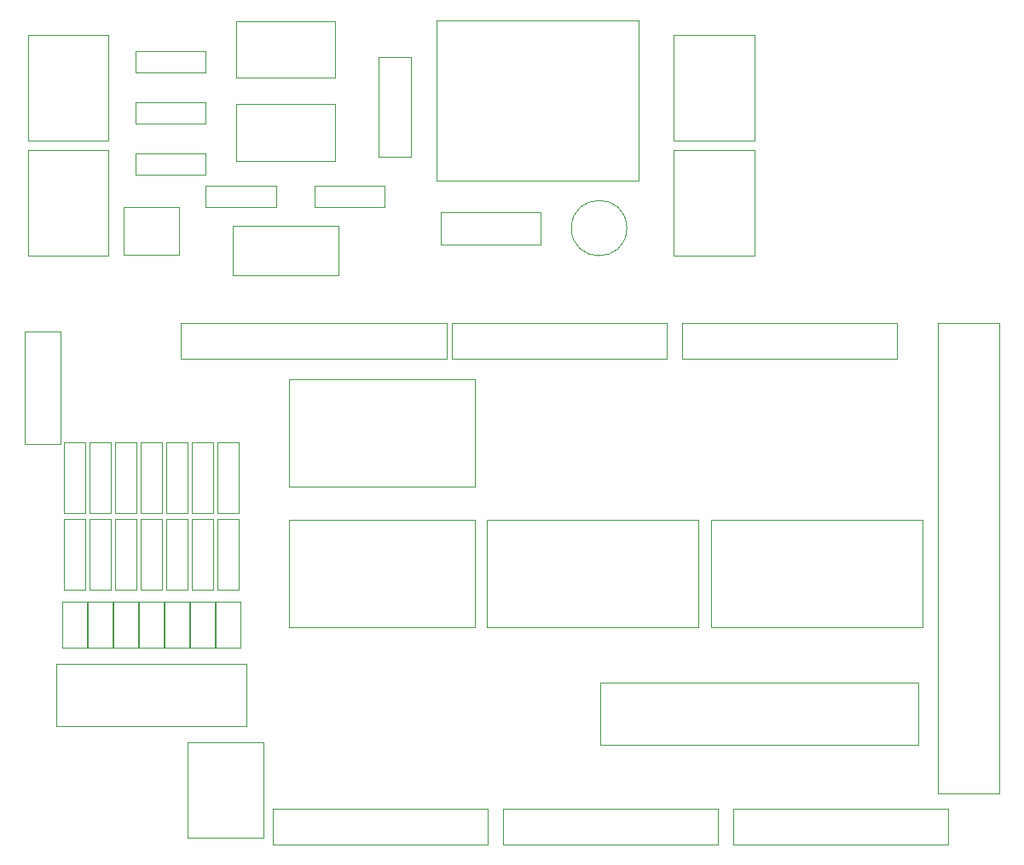
<source format=gbr>
G04 #@! TF.GenerationSoftware,KiCad,Pcbnew,5.1.4+dfsg1-1*
G04 #@! TF.CreationDate,2019-09-21T14:15:38+01:00*
G04 #@! TF.ProjectId,arduino_duo_shield,61726475-696e-46f5-9f64-756f5f736869,rev?*
G04 #@! TF.SameCoordinates,PX6296c50PY74079d0*
G04 #@! TF.FileFunction,Other,User*
%FSLAX46Y46*%
G04 Gerber Fmt 4.6, Leading zero omitted, Abs format (unit mm)*
G04 Created by KiCad (PCBNEW 5.1.4+dfsg1-1) date 2019-09-21 14:15:38*
%MOMM*%
%LPD*%
G04 APERTURE LIST*
%ADD10C,0.050000*%
G04 APERTURE END LIST*
D10*
X20467000Y24886000D02*
X20467000Y20286000D01*
X22967000Y24886000D02*
X20467000Y24886000D01*
X22967000Y20286000D02*
X22967000Y24886000D01*
X20467000Y20286000D02*
X22967000Y20286000D01*
X5227000Y24886000D02*
X5227000Y20286000D01*
X7727000Y24886000D02*
X5227000Y24886000D01*
X7727000Y20286000D02*
X7727000Y24886000D01*
X5227000Y20286000D02*
X7727000Y20286000D01*
X7767000Y24886000D02*
X7767000Y20286000D01*
X10267000Y24886000D02*
X7767000Y24886000D01*
X10267000Y20286000D02*
X10267000Y24886000D01*
X7767000Y20286000D02*
X10267000Y20286000D01*
X10307000Y24886000D02*
X10307000Y20286000D01*
X12807000Y24886000D02*
X10307000Y24886000D01*
X12807000Y20286000D02*
X12807000Y24886000D01*
X10307000Y20286000D02*
X12807000Y20286000D01*
X12847000Y24886000D02*
X12847000Y20286000D01*
X15347000Y24886000D02*
X12847000Y24886000D01*
X15347000Y20286000D02*
X15347000Y24886000D01*
X12847000Y20286000D02*
X15347000Y20286000D01*
X15387000Y24886000D02*
X15387000Y20286000D01*
X17887000Y24886000D02*
X15387000Y24886000D01*
X17887000Y20286000D02*
X17887000Y24886000D01*
X15387000Y20286000D02*
X17887000Y20286000D01*
X17927000Y24886000D02*
X17927000Y20286000D01*
X20427000Y24886000D02*
X17927000Y24886000D01*
X20427000Y20286000D02*
X20427000Y24886000D01*
X17927000Y20286000D02*
X20427000Y20286000D01*
X17927000Y10921000D02*
X24927000Y10921000D01*
X25177000Y10671000D02*
X25177000Y1671000D01*
X24927000Y1421000D02*
X17927000Y1421000D01*
X17677000Y1671000D02*
X17677000Y10671000D01*
X25177000Y1421000D02*
X25177000Y1671000D01*
X24927000Y1421000D02*
X25177000Y1421000D01*
X17677000Y1421000D02*
X17677000Y1671000D01*
X17927000Y1421000D02*
X17677000Y1421000D01*
X17677000Y10921000D02*
X17927000Y10921000D01*
X17677000Y10671000D02*
X17677000Y10921000D01*
X25177000Y10921000D02*
X24927000Y10921000D01*
X25177000Y10671000D02*
X25177000Y10921000D01*
X47422000Y33026000D02*
X47422000Y22326000D01*
X68422000Y33026000D02*
X47422000Y33026000D01*
X68422000Y22326000D02*
X68422000Y33026000D01*
X47422000Y22326000D02*
X68422000Y22326000D01*
X20667000Y33081000D02*
X20667000Y26101000D01*
X22767000Y33081000D02*
X20667000Y33081000D01*
X22767000Y26101000D02*
X22767000Y33081000D01*
X20667000Y26101000D02*
X22767000Y26101000D01*
X20667000Y40701000D02*
X20667000Y33721000D01*
X22767000Y40701000D02*
X20667000Y40701000D01*
X22767000Y33721000D02*
X22767000Y40701000D01*
X20667000Y33721000D02*
X22767000Y33721000D01*
X5427000Y33081000D02*
X5427000Y26101000D01*
X7527000Y33081000D02*
X5427000Y33081000D01*
X7527000Y26101000D02*
X7527000Y33081000D01*
X5427000Y26101000D02*
X7527000Y26101000D01*
X5427000Y40701000D02*
X5427000Y33721000D01*
X7527000Y40701000D02*
X5427000Y40701000D01*
X7527000Y33721000D02*
X7527000Y40701000D01*
X5427000Y33721000D02*
X7527000Y33721000D01*
X7967000Y33081000D02*
X7967000Y26101000D01*
X10067000Y33081000D02*
X7967000Y33081000D01*
X10067000Y26101000D02*
X10067000Y33081000D01*
X7967000Y26101000D02*
X10067000Y26101000D01*
X7967000Y40701000D02*
X7967000Y33721000D01*
X10067000Y40701000D02*
X7967000Y40701000D01*
X10067000Y33721000D02*
X10067000Y40701000D01*
X7967000Y33721000D02*
X10067000Y33721000D01*
X10507000Y33081000D02*
X10507000Y26101000D01*
X12607000Y33081000D02*
X10507000Y33081000D01*
X12607000Y26101000D02*
X12607000Y33081000D01*
X10507000Y26101000D02*
X12607000Y26101000D01*
X10507000Y40701000D02*
X10507000Y33721000D01*
X12607000Y40701000D02*
X10507000Y40701000D01*
X12607000Y33721000D02*
X12607000Y40701000D01*
X10507000Y33721000D02*
X12607000Y33721000D01*
X13047000Y33081000D02*
X13047000Y26101000D01*
X15147000Y33081000D02*
X13047000Y33081000D01*
X15147000Y26101000D02*
X15147000Y33081000D01*
X13047000Y26101000D02*
X15147000Y26101000D01*
X13047000Y40701000D02*
X13047000Y33721000D01*
X15147000Y40701000D02*
X13047000Y40701000D01*
X15147000Y33721000D02*
X15147000Y40701000D01*
X13047000Y33721000D02*
X15147000Y33721000D01*
X15587000Y33081000D02*
X15587000Y26101000D01*
X17687000Y33081000D02*
X15587000Y33081000D01*
X17687000Y26101000D02*
X17687000Y33081000D01*
X15587000Y26101000D02*
X17687000Y26101000D01*
X15587000Y40701000D02*
X15587000Y33721000D01*
X17687000Y40701000D02*
X15587000Y40701000D01*
X17687000Y33721000D02*
X17687000Y40701000D01*
X15587000Y33721000D02*
X17687000Y33721000D01*
X18127000Y33081000D02*
X18127000Y26101000D01*
X20227000Y33081000D02*
X18127000Y33081000D01*
X20227000Y26101000D02*
X20227000Y33081000D01*
X18127000Y26101000D02*
X20227000Y26101000D01*
X18127000Y40701000D02*
X18127000Y33721000D01*
X20227000Y40701000D02*
X18127000Y40701000D01*
X20227000Y33721000D02*
X20227000Y40701000D01*
X18127000Y33721000D02*
X20227000Y33721000D01*
X69647000Y33026000D02*
X69647000Y22326000D01*
X90647000Y33026000D02*
X69647000Y33026000D01*
X90647000Y22326000D02*
X90647000Y33026000D01*
X69647000Y22326000D02*
X90647000Y22326000D01*
X27737000Y46996000D02*
X27737000Y36296000D01*
X46187000Y46996000D02*
X27737000Y46996000D01*
X46187000Y36296000D02*
X46187000Y46996000D01*
X27737000Y36296000D02*
X46187000Y36296000D01*
X27737000Y33026000D02*
X27737000Y22326000D01*
X46187000Y33026000D02*
X27737000Y33026000D01*
X46187000Y22326000D02*
X46187000Y33026000D01*
X27737000Y22326000D02*
X46187000Y22326000D01*
X22182000Y57306000D02*
X32682000Y57306000D01*
X22182000Y62216000D02*
X22182000Y57306000D01*
X32682000Y62216000D02*
X22182000Y62216000D01*
X32682000Y57306000D02*
X32682000Y62216000D01*
X19492000Y69376000D02*
X12512000Y69376000D01*
X19492000Y67276000D02*
X19492000Y69376000D01*
X12512000Y67276000D02*
X19492000Y67276000D01*
X12512000Y69376000D02*
X12512000Y67276000D01*
X16827000Y59331000D02*
X11367000Y59331000D01*
X16827000Y59331000D02*
X16827000Y64071000D01*
X11367000Y64071000D02*
X11367000Y59331000D01*
X11367000Y64071000D02*
X16827000Y64071000D01*
X73977000Y69766000D02*
X73977000Y59266000D01*
X73977000Y69766000D02*
X65977000Y69766000D01*
X65977000Y59266000D02*
X73977000Y59266000D01*
X65977000Y59266000D02*
X65977000Y69766000D01*
X73977000Y81196000D02*
X73977000Y70696000D01*
X73977000Y81196000D02*
X65977000Y81196000D01*
X65977000Y70696000D02*
X73977000Y70696000D01*
X65977000Y70696000D02*
X65977000Y81196000D01*
X42392000Y66726000D02*
X62492000Y66726000D01*
X62492000Y82626000D02*
X62492000Y66726000D01*
X42392000Y66726000D02*
X42392000Y82626000D01*
X62492000Y82626000D02*
X42392000Y82626000D01*
X1842000Y70696000D02*
X1842000Y81196000D01*
X1842000Y70696000D02*
X9842000Y70696000D01*
X9842000Y81196000D02*
X1842000Y81196000D01*
X9842000Y81196000D02*
X9842000Y70696000D01*
X1842000Y59266000D02*
X1842000Y69766000D01*
X1842000Y59266000D02*
X9842000Y59266000D01*
X9842000Y69766000D02*
X1842000Y69766000D01*
X9842000Y69766000D02*
X9842000Y59266000D01*
X36627000Y79001000D02*
X36627000Y69081000D01*
X39827000Y79001000D02*
X36627000Y79001000D01*
X39827000Y69081000D02*
X39827000Y79001000D01*
X36627000Y69081000D02*
X39827000Y69081000D01*
X12512000Y77436000D02*
X19492000Y77436000D01*
X12512000Y79536000D02*
X12512000Y77436000D01*
X19492000Y79536000D02*
X12512000Y79536000D01*
X19492000Y77436000D02*
X19492000Y79536000D01*
X19497000Y64101000D02*
X26477000Y64101000D01*
X19497000Y66201000D02*
X19497000Y64101000D01*
X26477000Y66201000D02*
X19497000Y66201000D01*
X26477000Y64101000D02*
X26477000Y66201000D01*
X30292000Y64101000D02*
X37272000Y64101000D01*
X30292000Y66201000D02*
X30292000Y64101000D01*
X37272000Y66201000D02*
X30292000Y66201000D01*
X37272000Y64101000D02*
X37272000Y66201000D01*
X12512000Y72356000D02*
X19492000Y72356000D01*
X12512000Y74456000D02*
X12512000Y72356000D01*
X19492000Y74456000D02*
X12512000Y74456000D01*
X19492000Y72356000D02*
X19492000Y74456000D01*
X61297000Y61996000D02*
G75*
G03X61297000Y61996000I-2750000J0D01*
G01*
X5102000Y51711000D02*
X1502000Y51711000D01*
X5102000Y40511000D02*
X5102000Y51711000D01*
X1502000Y40511000D02*
X5102000Y40511000D01*
X1502000Y51711000D02*
X1502000Y40511000D01*
X32322000Y82576000D02*
X22522000Y82576000D01*
X32322000Y76926000D02*
X32322000Y82576000D01*
X22522000Y76926000D02*
X32322000Y76926000D01*
X22522000Y82576000D02*
X22522000Y76926000D01*
X32322000Y74321000D02*
X22522000Y74321000D01*
X32322000Y68671000D02*
X32322000Y74321000D01*
X22522000Y68671000D02*
X32322000Y68671000D01*
X22522000Y74321000D02*
X22522000Y68671000D01*
X42792000Y60376000D02*
X52712000Y60376000D01*
X42792000Y63576000D02*
X42792000Y60376000D01*
X52712000Y63576000D02*
X42792000Y63576000D01*
X52712000Y60376000D02*
X52712000Y63576000D01*
X4677000Y18701000D02*
X4677000Y12551000D01*
X23527000Y18701000D02*
X4677000Y18701000D01*
X23527000Y12551000D02*
X23527000Y18701000D01*
X4677000Y12551000D02*
X23527000Y12551000D01*
X58652000Y16796000D02*
X58652000Y10646000D01*
X90202000Y16796000D02*
X58652000Y16796000D01*
X90202000Y10646000D02*
X90202000Y16796000D01*
X58652000Y10646000D02*
X90202000Y10646000D01*
X92230000Y5870000D02*
X98280000Y5870000D01*
X92230000Y52570000D02*
X98280000Y52570000D01*
X92230000Y5870000D02*
X92230000Y52570000D01*
X98280000Y5870000D02*
X98280000Y52570000D01*
X26190000Y4290000D02*
X26190000Y790000D01*
X47490000Y4290000D02*
X47490000Y790000D01*
X26190000Y4290000D02*
X47490000Y4290000D01*
X26190000Y790000D02*
X47490000Y790000D01*
X49050000Y4290000D02*
X49050000Y790000D01*
X70350000Y4290000D02*
X70350000Y790000D01*
X49050000Y4290000D02*
X70350000Y4290000D01*
X49050000Y790000D02*
X70350000Y790000D01*
X71910000Y4290000D02*
X71910000Y790000D01*
X93210000Y4290000D02*
X93210000Y790000D01*
X71910000Y4290000D02*
X93210000Y4290000D01*
X71910000Y790000D02*
X93210000Y790000D01*
X17046000Y52550000D02*
X17046000Y49050000D01*
X43446000Y52550000D02*
X43446000Y49050000D01*
X17046000Y52550000D02*
X43446000Y52550000D01*
X17046000Y49050000D02*
X43446000Y49050000D01*
X43970000Y52550000D02*
X43970000Y49050000D01*
X65270000Y52550000D02*
X65270000Y49050000D01*
X43970000Y52550000D02*
X65270000Y52550000D01*
X43970000Y49050000D02*
X65270000Y49050000D01*
X66830000Y52550000D02*
X66830000Y49050000D01*
X88130000Y52550000D02*
X88130000Y49050000D01*
X66830000Y52550000D02*
X88130000Y52550000D01*
X66830000Y49050000D02*
X88130000Y49050000D01*
M02*

</source>
